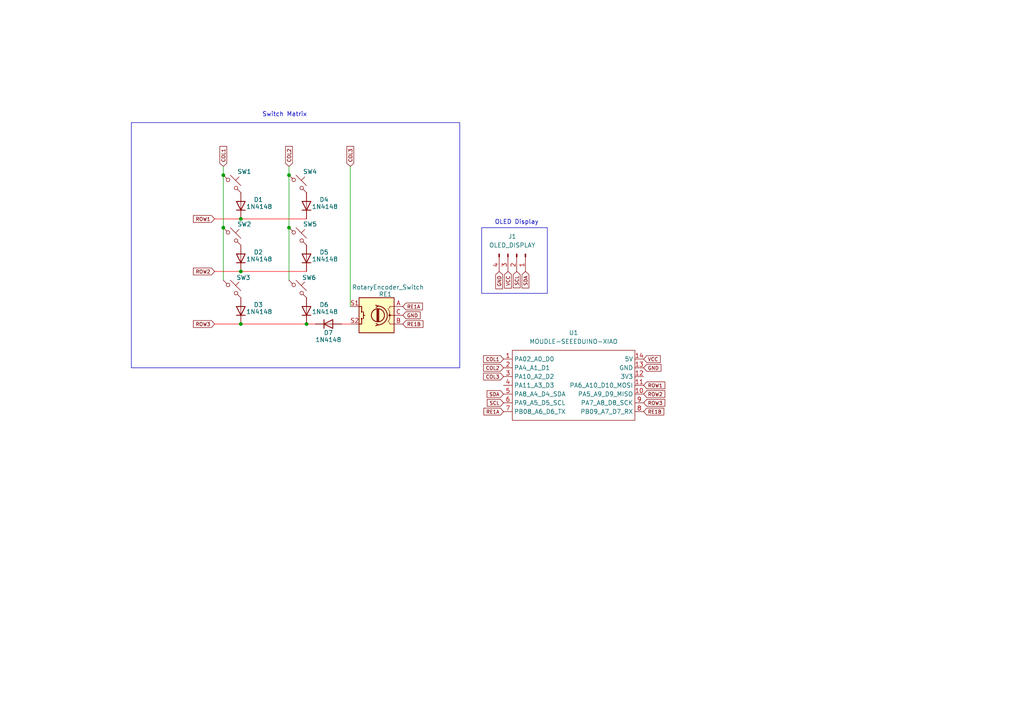
<source format=kicad_sch>
(kicad_sch
	(version 20250114)
	(generator "eeschema")
	(generator_version "9.0")
	(uuid "76725ecb-8162-43a4-8890-6d80c5e59133")
	(paper "A4")
	(lib_symbols
		(symbol "Connector:Conn_01x04_Pin"
			(pin_names
				(offset 1.016)
				(hide yes)
			)
			(exclude_from_sim no)
			(in_bom yes)
			(on_board yes)
			(property "Reference" "J"
				(at 0 5.08 0)
				(effects
					(font
						(size 1.27 1.27)
					)
				)
			)
			(property "Value" "Conn_01x04_Pin"
				(at 0 -7.62 0)
				(effects
					(font
						(size 1.27 1.27)
					)
				)
			)
			(property "Footprint" ""
				(at 0 0 0)
				(effects
					(font
						(size 1.27 1.27)
					)
					(hide yes)
				)
			)
			(property "Datasheet" "~"
				(at 0 0 0)
				(effects
					(font
						(size 1.27 1.27)
					)
					(hide yes)
				)
			)
			(property "Description" "Generic connector, single row, 01x04, script generated"
				(at 0 0 0)
				(effects
					(font
						(size 1.27 1.27)
					)
					(hide yes)
				)
			)
			(property "ki_locked" ""
				(at 0 0 0)
				(effects
					(font
						(size 1.27 1.27)
					)
				)
			)
			(property "ki_keywords" "connector"
				(at 0 0 0)
				(effects
					(font
						(size 1.27 1.27)
					)
					(hide yes)
				)
			)
			(property "ki_fp_filters" "Connector*:*_1x??_*"
				(at 0 0 0)
				(effects
					(font
						(size 1.27 1.27)
					)
					(hide yes)
				)
			)
			(symbol "Conn_01x04_Pin_1_1"
				(rectangle
					(start 0.8636 2.667)
					(end 0 2.413)
					(stroke
						(width 0.1524)
						(type default)
					)
					(fill
						(type outline)
					)
				)
				(rectangle
					(start 0.8636 0.127)
					(end 0 -0.127)
					(stroke
						(width 0.1524)
						(type default)
					)
					(fill
						(type outline)
					)
				)
				(rectangle
					(start 0.8636 -2.413)
					(end 0 -2.667)
					(stroke
						(width 0.1524)
						(type default)
					)
					(fill
						(type outline)
					)
				)
				(rectangle
					(start 0.8636 -4.953)
					(end 0 -5.207)
					(stroke
						(width 0.1524)
						(type default)
					)
					(fill
						(type outline)
					)
				)
				(polyline
					(pts
						(xy 1.27 2.54) (xy 0.8636 2.54)
					)
					(stroke
						(width 0.1524)
						(type default)
					)
					(fill
						(type none)
					)
				)
				(polyline
					(pts
						(xy 1.27 0) (xy 0.8636 0)
					)
					(stroke
						(width 0.1524)
						(type default)
					)
					(fill
						(type none)
					)
				)
				(polyline
					(pts
						(xy 1.27 -2.54) (xy 0.8636 -2.54)
					)
					(stroke
						(width 0.1524)
						(type default)
					)
					(fill
						(type none)
					)
				)
				(polyline
					(pts
						(xy 1.27 -5.08) (xy 0.8636 -5.08)
					)
					(stroke
						(width 0.1524)
						(type default)
					)
					(fill
						(type none)
					)
				)
				(pin passive line
					(at 5.08 2.54 180)
					(length 3.81)
					(name "Pin_1"
						(effects
							(font
								(size 1.27 1.27)
							)
						)
					)
					(number "1"
						(effects
							(font
								(size 1.27 1.27)
							)
						)
					)
				)
				(pin passive line
					(at 5.08 0 180)
					(length 3.81)
					(name "Pin_2"
						(effects
							(font
								(size 1.27 1.27)
							)
						)
					)
					(number "2"
						(effects
							(font
								(size 1.27 1.27)
							)
						)
					)
				)
				(pin passive line
					(at 5.08 -2.54 180)
					(length 3.81)
					(name "Pin_3"
						(effects
							(font
								(size 1.27 1.27)
							)
						)
					)
					(number "3"
						(effects
							(font
								(size 1.27 1.27)
							)
						)
					)
				)
				(pin passive line
					(at 5.08 -5.08 180)
					(length 3.81)
					(name "Pin_4"
						(effects
							(font
								(size 1.27 1.27)
							)
						)
					)
					(number "4"
						(effects
							(font
								(size 1.27 1.27)
							)
						)
					)
				)
			)
			(embedded_fonts no)
		)
		(symbol "Device:RotaryEncoder_Switch"
			(pin_names
				(offset 0.254)
				(hide yes)
			)
			(exclude_from_sim no)
			(in_bom yes)
			(on_board yes)
			(property "Reference" "SW"
				(at 0 6.604 0)
				(effects
					(font
						(size 1.27 1.27)
					)
				)
			)
			(property "Value" "RotaryEncoder_Switch"
				(at 0 -6.604 0)
				(effects
					(font
						(size 1.27 1.27)
					)
				)
			)
			(property "Footprint" ""
				(at -3.81 4.064 0)
				(effects
					(font
						(size 1.27 1.27)
					)
					(hide yes)
				)
			)
			(property "Datasheet" "~"
				(at 0 6.604 0)
				(effects
					(font
						(size 1.27 1.27)
					)
					(hide yes)
				)
			)
			(property "Description" "Rotary encoder, dual channel, incremental quadrate outputs, with switch"
				(at 0 0 0)
				(effects
					(font
						(size 1.27 1.27)
					)
					(hide yes)
				)
			)
			(property "ki_keywords" "rotary switch encoder switch push button"
				(at 0 0 0)
				(effects
					(font
						(size 1.27 1.27)
					)
					(hide yes)
				)
			)
			(property "ki_fp_filters" "RotaryEncoder*Switch*"
				(at 0 0 0)
				(effects
					(font
						(size 1.27 1.27)
					)
					(hide yes)
				)
			)
			(symbol "RotaryEncoder_Switch_0_1"
				(rectangle
					(start -5.08 5.08)
					(end 5.08 -5.08)
					(stroke
						(width 0.254)
						(type default)
					)
					(fill
						(type background)
					)
				)
				(polyline
					(pts
						(xy -5.08 2.54) (xy -3.81 2.54) (xy -3.81 2.032)
					)
					(stroke
						(width 0)
						(type default)
					)
					(fill
						(type none)
					)
				)
				(polyline
					(pts
						(xy -5.08 0) (xy -3.81 0) (xy -3.81 -1.016) (xy -3.302 -2.032)
					)
					(stroke
						(width 0)
						(type default)
					)
					(fill
						(type none)
					)
				)
				(polyline
					(pts
						(xy -5.08 -2.54) (xy -3.81 -2.54) (xy -3.81 -2.032)
					)
					(stroke
						(width 0)
						(type default)
					)
					(fill
						(type none)
					)
				)
				(polyline
					(pts
						(xy -4.318 0) (xy -3.81 0) (xy -3.81 1.016) (xy -3.302 2.032)
					)
					(stroke
						(width 0)
						(type default)
					)
					(fill
						(type none)
					)
				)
				(circle
					(center -3.81 0)
					(radius 0.254)
					(stroke
						(width 0)
						(type default)
					)
					(fill
						(type outline)
					)
				)
				(polyline
					(pts
						(xy -0.635 -1.778) (xy -0.635 1.778)
					)
					(stroke
						(width 0.254)
						(type default)
					)
					(fill
						(type none)
					)
				)
				(circle
					(center -0.381 0)
					(radius 1.905)
					(stroke
						(width 0.254)
						(type default)
					)
					(fill
						(type none)
					)
				)
				(polyline
					(pts
						(xy -0.381 -1.778) (xy -0.381 1.778)
					)
					(stroke
						(width 0.254)
						(type default)
					)
					(fill
						(type none)
					)
				)
				(arc
					(start -0.381 -2.794)
					(mid -3.0988 -0.0635)
					(end -0.381 2.667)
					(stroke
						(width 0.254)
						(type default)
					)
					(fill
						(type none)
					)
				)
				(polyline
					(pts
						(xy -0.127 1.778) (xy -0.127 -1.778)
					)
					(stroke
						(width 0.254)
						(type default)
					)
					(fill
						(type none)
					)
				)
				(polyline
					(pts
						(xy 0.254 2.921) (xy -0.508 2.667) (xy 0.127 2.286)
					)
					(stroke
						(width 0.254)
						(type default)
					)
					(fill
						(type none)
					)
				)
				(polyline
					(pts
						(xy 0.254 -3.048) (xy -0.508 -2.794) (xy 0.127 -2.413)
					)
					(stroke
						(width 0.254)
						(type default)
					)
					(fill
						(type none)
					)
				)
				(polyline
					(pts
						(xy 3.81 1.016) (xy 3.81 -1.016)
					)
					(stroke
						(width 0.254)
						(type default)
					)
					(fill
						(type none)
					)
				)
				(polyline
					(pts
						(xy 3.81 0) (xy 3.429 0)
					)
					(stroke
						(width 0.254)
						(type default)
					)
					(fill
						(type none)
					)
				)
				(circle
					(center 4.318 1.016)
					(radius 0.127)
					(stroke
						(width 0.254)
						(type default)
					)
					(fill
						(type none)
					)
				)
				(circle
					(center 4.318 -1.016)
					(radius 0.127)
					(stroke
						(width 0.254)
						(type default)
					)
					(fill
						(type none)
					)
				)
				(polyline
					(pts
						(xy 5.08 2.54) (xy 4.318 2.54) (xy 4.318 1.016)
					)
					(stroke
						(width 0.254)
						(type default)
					)
					(fill
						(type none)
					)
				)
				(polyline
					(pts
						(xy 5.08 -2.54) (xy 4.318 -2.54) (xy 4.318 -1.016)
					)
					(stroke
						(width 0.254)
						(type default)
					)
					(fill
						(type none)
					)
				)
			)
			(symbol "RotaryEncoder_Switch_1_1"
				(pin passive line
					(at -7.62 2.54 0)
					(length 2.54)
					(name "A"
						(effects
							(font
								(size 1.27 1.27)
							)
						)
					)
					(number "A"
						(effects
							(font
								(size 1.27 1.27)
							)
						)
					)
				)
				(pin passive line
					(at -7.62 0 0)
					(length 2.54)
					(name "C"
						(effects
							(font
								(size 1.27 1.27)
							)
						)
					)
					(number "C"
						(effects
							(font
								(size 1.27 1.27)
							)
						)
					)
				)
				(pin passive line
					(at -7.62 -2.54 0)
					(length 2.54)
					(name "B"
						(effects
							(font
								(size 1.27 1.27)
							)
						)
					)
					(number "B"
						(effects
							(font
								(size 1.27 1.27)
							)
						)
					)
				)
				(pin passive line
					(at 7.62 2.54 180)
					(length 2.54)
					(name "S1"
						(effects
							(font
								(size 1.27 1.27)
							)
						)
					)
					(number "S1"
						(effects
							(font
								(size 1.27 1.27)
							)
						)
					)
				)
				(pin passive line
					(at 7.62 -2.54 180)
					(length 2.54)
					(name "S2"
						(effects
							(font
								(size 1.27 1.27)
							)
						)
					)
					(number "S2"
						(effects
							(font
								(size 1.27 1.27)
							)
						)
					)
				)
			)
			(embedded_fonts no)
		)
		(symbol "Diode:1N4148"
			(pin_numbers
				(hide yes)
			)
			(pin_names
				(hide yes)
			)
			(exclude_from_sim no)
			(in_bom yes)
			(on_board yes)
			(property "Reference" "D"
				(at 0 2.54 0)
				(effects
					(font
						(size 1.27 1.27)
					)
				)
			)
			(property "Value" "1N4148"
				(at 0 -2.54 0)
				(effects
					(font
						(size 1.27 1.27)
					)
				)
			)
			(property "Footprint" "Diode_THT:D_DO-35_SOD27_P7.62mm_Horizontal"
				(at 0 0 0)
				(effects
					(font
						(size 1.27 1.27)
					)
					(hide yes)
				)
			)
			(property "Datasheet" "https://assets.nexperia.com/documents/data-sheet/1N4148_1N4448.pdf"
				(at 0 0 0)
				(effects
					(font
						(size 1.27 1.27)
					)
					(hide yes)
				)
			)
			(property "Description" "100V 0.15A standard switching diode, DO-35"
				(at 0 0 0)
				(effects
					(font
						(size 1.27 1.27)
					)
					(hide yes)
				)
			)
			(property "Sim.Device" "D"
				(at 0 0 0)
				(effects
					(font
						(size 1.27 1.27)
					)
					(hide yes)
				)
			)
			(property "Sim.Pins" "1=K 2=A"
				(at 0 0 0)
				(effects
					(font
						(size 1.27 1.27)
					)
					(hide yes)
				)
			)
			(property "ki_keywords" "diode"
				(at 0 0 0)
				(effects
					(font
						(size 1.27 1.27)
					)
					(hide yes)
				)
			)
			(property "ki_fp_filters" "D*DO?35*"
				(at 0 0 0)
				(effects
					(font
						(size 1.27 1.27)
					)
					(hide yes)
				)
			)
			(symbol "1N4148_0_1"
				(polyline
					(pts
						(xy -1.27 1.27) (xy -1.27 -1.27)
					)
					(stroke
						(width 0.254)
						(type default)
					)
					(fill
						(type none)
					)
				)
				(polyline
					(pts
						(xy 1.27 1.27) (xy 1.27 -1.27) (xy -1.27 0) (xy 1.27 1.27)
					)
					(stroke
						(width 0.254)
						(type default)
					)
					(fill
						(type none)
					)
				)
				(polyline
					(pts
						(xy 1.27 0) (xy -1.27 0)
					)
					(stroke
						(width 0)
						(type default)
					)
					(fill
						(type none)
					)
				)
			)
			(symbol "1N4148_1_1"
				(pin passive line
					(at -3.81 0 0)
					(length 2.54)
					(name "K"
						(effects
							(font
								(size 1.27 1.27)
							)
						)
					)
					(number "1"
						(effects
							(font
								(size 1.27 1.27)
							)
						)
					)
				)
				(pin passive line
					(at 3.81 0 180)
					(length 2.54)
					(name "A"
						(effects
							(font
								(size 1.27 1.27)
							)
						)
					)
					(number "2"
						(effects
							(font
								(size 1.27 1.27)
							)
						)
					)
				)
			)
			(embedded_fonts no)
		)
		(symbol "Switch:SW_Push_45deg"
			(pin_numbers
				(hide yes)
			)
			(pin_names
				(offset 1.016)
				(hide yes)
			)
			(exclude_from_sim no)
			(in_bom yes)
			(on_board yes)
			(property "Reference" "SW"
				(at 3.048 1.016 0)
				(effects
					(font
						(size 1.27 1.27)
					)
					(justify left)
				)
			)
			(property "Value" "SW_Push_45deg"
				(at 0 -3.81 0)
				(effects
					(font
						(size 1.27 1.27)
					)
				)
			)
			(property "Footprint" ""
				(at 0 0 0)
				(effects
					(font
						(size 1.27 1.27)
					)
					(hide yes)
				)
			)
			(property "Datasheet" "~"
				(at 0 0 0)
				(effects
					(font
						(size 1.27 1.27)
					)
					(hide yes)
				)
			)
			(property "Description" "Push button switch, normally open, two pins, 45° tilted"
				(at 0 0 0)
				(effects
					(font
						(size 1.27 1.27)
					)
					(hide yes)
				)
			)
			(property "ki_keywords" "switch normally-open pushbutton push-button"
				(at 0 0 0)
				(effects
					(font
						(size 1.27 1.27)
					)
					(hide yes)
				)
			)
			(symbol "SW_Push_45deg_0_1"
				(polyline
					(pts
						(xy -2.54 2.54) (xy -1.524 1.524) (xy -1.524 1.524)
					)
					(stroke
						(width 0)
						(type default)
					)
					(fill
						(type none)
					)
				)
				(circle
					(center -1.1684 1.1684)
					(radius 0.508)
					(stroke
						(width 0)
						(type default)
					)
					(fill
						(type none)
					)
				)
				(polyline
					(pts
						(xy -0.508 2.54) (xy 2.54 -0.508)
					)
					(stroke
						(width 0)
						(type default)
					)
					(fill
						(type none)
					)
				)
				(polyline
					(pts
						(xy 1.016 1.016) (xy 2.032 2.032)
					)
					(stroke
						(width 0)
						(type default)
					)
					(fill
						(type none)
					)
				)
				(circle
					(center 1.143 -1.1938)
					(radius 0.508)
					(stroke
						(width 0)
						(type default)
					)
					(fill
						(type none)
					)
				)
				(polyline
					(pts
						(xy 1.524 -1.524) (xy 2.54 -2.54) (xy 2.54 -2.54) (xy 2.54 -2.54)
					)
					(stroke
						(width 0)
						(type default)
					)
					(fill
						(type none)
					)
				)
				(pin passive line
					(at -2.54 2.54 0)
					(length 0)
					(name "1"
						(effects
							(font
								(size 1.27 1.27)
							)
						)
					)
					(number "1"
						(effects
							(font
								(size 1.27 1.27)
							)
						)
					)
				)
				(pin passive line
					(at 2.54 -2.54 180)
					(length 0)
					(name "2"
						(effects
							(font
								(size 1.27 1.27)
							)
						)
					)
					(number "2"
						(effects
							(font
								(size 1.27 1.27)
							)
						)
					)
				)
			)
			(embedded_fonts no)
		)
		(symbol "XIAO_RP2040:MOUDLE-SEEEDUINO-XIAO"
			(exclude_from_sim no)
			(in_bom yes)
			(on_board yes)
			(property "Reference" "U"
				(at -16.51 11.43 0)
				(effects
					(font
						(size 1.27 1.27)
					)
				)
			)
			(property "Value" "MOUDLE-SEEEDUINO-XIAO"
				(at -3.81 -11.43 0)
				(effects
					(font
						(size 1.27 1.27)
					)
				)
			)
			(property "Footprint" ""
				(at -16.51 2.54 0)
				(effects
					(font
						(size 1.27 1.27)
					)
					(hide yes)
				)
			)
			(property "Datasheet" ""
				(at -16.51 2.54 0)
				(effects
					(font
						(size 1.27 1.27)
					)
					(hide yes)
				)
			)
			(property "Description" ""
				(at 0 0 0)
				(effects
					(font
						(size 1.27 1.27)
					)
					(hide yes)
				)
			)
			(symbol "MOUDLE-SEEEDUINO-XIAO_0_1"
				(rectangle
					(start -16.51 10.16)
					(end 19.05 -10.16)
					(stroke
						(width 0)
						(type default)
					)
					(fill
						(type none)
					)
				)
			)
			(symbol "MOUDLE-SEEEDUINO-XIAO_1_1"
				(pin passive line
					(at -19.05 7.62 0)
					(length 2.54)
					(name "PA02_A0_D0"
						(effects
							(font
								(size 1.27 1.27)
							)
						)
					)
					(number "1"
						(effects
							(font
								(size 1.27 1.27)
							)
						)
					)
				)
				(pin passive line
					(at -19.05 5.08 0)
					(length 2.54)
					(name "PA4_A1_D1"
						(effects
							(font
								(size 1.27 1.27)
							)
						)
					)
					(number "2"
						(effects
							(font
								(size 1.27 1.27)
							)
						)
					)
				)
				(pin passive line
					(at -19.05 2.54 0)
					(length 2.54)
					(name "PA10_A2_D2"
						(effects
							(font
								(size 1.27 1.27)
							)
						)
					)
					(number "3"
						(effects
							(font
								(size 1.27 1.27)
							)
						)
					)
				)
				(pin passive line
					(at -19.05 0 0)
					(length 2.54)
					(name "PA11_A3_D3"
						(effects
							(font
								(size 1.27 1.27)
							)
						)
					)
					(number "4"
						(effects
							(font
								(size 1.27 1.27)
							)
						)
					)
				)
				(pin passive line
					(at -19.05 -2.54 0)
					(length 2.54)
					(name "PA8_A4_D4_SDA"
						(effects
							(font
								(size 1.27 1.27)
							)
						)
					)
					(number "5"
						(effects
							(font
								(size 1.27 1.27)
							)
						)
					)
				)
				(pin passive line
					(at -19.05 -5.08 0)
					(length 2.54)
					(name "PA9_A5_D5_SCL"
						(effects
							(font
								(size 1.27 1.27)
							)
						)
					)
					(number "6"
						(effects
							(font
								(size 1.27 1.27)
							)
						)
					)
				)
				(pin passive line
					(at -19.05 -7.62 0)
					(length 2.54)
					(name "PB08_A6_D6_TX"
						(effects
							(font
								(size 1.27 1.27)
							)
						)
					)
					(number "7"
						(effects
							(font
								(size 1.27 1.27)
							)
						)
					)
				)
				(pin passive line
					(at 21.59 7.62 180)
					(length 2.54)
					(name "5V"
						(effects
							(font
								(size 1.27 1.27)
							)
						)
					)
					(number "14"
						(effects
							(font
								(size 1.27 1.27)
							)
						)
					)
				)
				(pin passive line
					(at 21.59 5.08 180)
					(length 2.54)
					(name "GND"
						(effects
							(font
								(size 1.27 1.27)
							)
						)
					)
					(number "13"
						(effects
							(font
								(size 1.27 1.27)
							)
						)
					)
				)
				(pin passive line
					(at 21.59 2.54 180)
					(length 2.54)
					(name "3V3"
						(effects
							(font
								(size 1.27 1.27)
							)
						)
					)
					(number "12"
						(effects
							(font
								(size 1.27 1.27)
							)
						)
					)
				)
				(pin passive line
					(at 21.59 0 180)
					(length 2.54)
					(name "PA6_A10_D10_MOSI"
						(effects
							(font
								(size 1.27 1.27)
							)
						)
					)
					(number "11"
						(effects
							(font
								(size 1.27 1.27)
							)
						)
					)
				)
				(pin passive line
					(at 21.59 -2.54 180)
					(length 2.54)
					(name "PA5_A9_D9_MISO"
						(effects
							(font
								(size 1.27 1.27)
							)
						)
					)
					(number "10"
						(effects
							(font
								(size 1.27 1.27)
							)
						)
					)
				)
				(pin passive line
					(at 21.59 -5.08 180)
					(length 2.54)
					(name "PA7_A8_D8_SCK"
						(effects
							(font
								(size 1.27 1.27)
							)
						)
					)
					(number "9"
						(effects
							(font
								(size 1.27 1.27)
							)
						)
					)
				)
				(pin passive line
					(at 21.59 -7.62 180)
					(length 2.54)
					(name "PB09_A7_D7_RX"
						(effects
							(font
								(size 1.27 1.27)
							)
						)
					)
					(number "8"
						(effects
							(font
								(size 1.27 1.27)
							)
						)
					)
				)
			)
			(embedded_fonts no)
		)
	)
	(rectangle
		(start 139.7 66.04)
		(end 158.75 85.09)
		(stroke
			(width 0)
			(type default)
		)
		(fill
			(type none)
		)
		(uuid 0fb3643f-c381-4711-ac44-195f704f6daa)
	)
	(rectangle
		(start 38.1 35.56)
		(end 133.35 106.68)
		(stroke
			(width 0)
			(type default)
		)
		(fill
			(type none)
		)
		(uuid 9c652545-5231-4825-92f7-7b606fbab8ba)
	)
	(text "OLED Display"
		(exclude_from_sim no)
		(at 149.86 64.516 0)
		(effects
			(font
				(size 1.27 1.27)
			)
		)
		(uuid "939a0459-b741-4e15-8d0f-46a054e99506")
	)
	(text "Switch Matrix"
		(exclude_from_sim no)
		(at 82.55 33.274 0)
		(effects
			(font
				(size 1.27 1.27)
			)
		)
		(uuid "9be2e140-fb42-4a47-adc2-ba9d43524db6")
	)
	(junction
		(at 88.9 93.98)
		(diameter 0)
		(color 0 0 0 0)
		(uuid "0fbbcc38-781b-4bd5-bda2-988bce49135f")
	)
	(junction
		(at 83.82 50.8)
		(diameter 0)
		(color 0 0 0 0)
		(uuid "21987cd7-fbe2-4c0d-ae94-40b70e5e9ee1")
	)
	(junction
		(at 64.77 50.8)
		(diameter 0)
		(color 0 0 0 0)
		(uuid "48208e7f-dd79-4d2a-9891-ca8c5540f0ab")
	)
	(junction
		(at 83.82 66.04)
		(diameter 0)
		(color 0 0 0 0)
		(uuid "57320ba6-ee25-44da-a706-4f1b95987312")
	)
	(junction
		(at 69.85 63.5)
		(diameter 0)
		(color 0 0 0 0)
		(uuid "85512e2f-08f1-43a2-b508-830e6db78517")
	)
	(junction
		(at 69.85 78.74)
		(diameter 0)
		(color 0 0 0 0)
		(uuid "ce835826-9374-4901-9053-658a1d35ae12")
	)
	(junction
		(at 69.85 93.98)
		(diameter 0)
		(color 0 0 0 0)
		(uuid "cf91400f-ae04-4968-8ab3-0e162a4f9350")
	)
	(junction
		(at 64.77 66.04)
		(diameter 0)
		(color 0 0 0 0)
		(uuid "d81b2eff-a9dd-471d-b275-ab4e006cd6f6")
	)
	(wire
		(pts
			(xy 88.9 93.98) (xy 91.44 93.98)
		)
		(stroke
			(width 0)
			(type default)
			(color 255 0 0 1)
		)
		(uuid "1f901cc4-8f72-4646-8059-f336f0df6b79")
	)
	(wire
		(pts
			(xy 64.77 48.26) (xy 64.77 50.8)
		)
		(stroke
			(width 0)
			(type default)
		)
		(uuid "20e16943-c171-47eb-ae0d-fdc93ec90c12")
	)
	(wire
		(pts
			(xy 83.82 48.26) (xy 83.82 50.8)
		)
		(stroke
			(width 0)
			(type default)
		)
		(uuid "292f3773-62f5-4d30-b6a4-c234e72cc93e")
	)
	(wire
		(pts
			(xy 62.23 93.98) (xy 69.85 93.98)
		)
		(stroke
			(width 0)
			(type default)
			(color 255 0 0 1)
		)
		(uuid "3930a864-2878-4a95-984f-0047e87bd85d")
	)
	(wire
		(pts
			(xy 101.6 48.26) (xy 101.6 88.9)
		)
		(stroke
			(width 0)
			(type default)
		)
		(uuid "59710408-505b-43a5-983d-d37dd0ab3a0d")
	)
	(wire
		(pts
			(xy 64.77 50.8) (xy 64.77 66.04)
		)
		(stroke
			(width 0)
			(type default)
		)
		(uuid "5b1d3752-b136-4cfa-b536-b21eee2ac8e3")
	)
	(wire
		(pts
			(xy 62.23 63.5) (xy 69.85 63.5)
		)
		(stroke
			(width 0)
			(type default)
			(color 255 0 0 1)
		)
		(uuid "6c0b67ef-a786-4d04-afba-bc47b841bd64")
	)
	(wire
		(pts
			(xy 64.77 66.04) (xy 64.77 81.28)
		)
		(stroke
			(width 0)
			(type default)
		)
		(uuid "78ee109c-df23-4bd6-8a4c-5d8c7adb0be4")
	)
	(wire
		(pts
			(xy 69.85 93.98) (xy 88.9 93.98)
		)
		(stroke
			(width 0)
			(type default)
			(color 255 0 0 1)
		)
		(uuid "9a47a3c4-bbdf-42a1-8214-6c55b890e1c1")
	)
	(wire
		(pts
			(xy 62.23 78.74) (xy 69.85 78.74)
		)
		(stroke
			(width 0)
			(type default)
			(color 255 0 0 1)
		)
		(uuid "9ecd1557-4ff4-44cb-b019-edf227230cb5")
	)
	(wire
		(pts
			(xy 83.82 50.8) (xy 83.82 66.04)
		)
		(stroke
			(width 0)
			(type default)
		)
		(uuid "ce55232f-8b6c-475c-8eeb-da835b9630cf")
	)
	(wire
		(pts
			(xy 69.85 78.74) (xy 88.9 78.74)
		)
		(stroke
			(width 0)
			(type default)
			(color 255 0 0 1)
		)
		(uuid "ce6b0627-c5fc-48bd-807d-7fa04260888d")
	)
	(wire
		(pts
			(xy 83.82 66.04) (xy 83.82 81.28)
		)
		(stroke
			(width 0)
			(type default)
		)
		(uuid "d9e02ebf-b86c-44e2-840b-6a9a9b2497dd")
	)
	(wire
		(pts
			(xy 99.06 93.98) (xy 101.6 93.98)
		)
		(stroke
			(width 0)
			(type default)
			(color 255 0 0 1)
		)
		(uuid "dbf6657c-d700-49e0-bbe0-ee24a17dae7a")
	)
	(wire
		(pts
			(xy 69.85 63.5) (xy 88.9 63.5)
		)
		(stroke
			(width 0)
			(type default)
			(color 255 0 0 1)
		)
		(uuid "e811284a-ded6-4f8d-a179-52e7cb6d8f09")
	)
	(global_label "COL1"
		(shape input)
		(at 146.05 104.14 180)
		(fields_autoplaced yes)
		(effects
			(font
				(size 1.016 1.016)
			)
			(justify right)
		)
		(uuid "0565a363-1542-4237-b5be-c234ed05b271")
		(property "Intersheetrefs" "${INTERSHEET_REFS}"
			(at 138.2267 104.14 0)
			(effects
				(font
					(size 1.27 1.27)
				)
				(justify right)
				(hide yes)
			)
		)
	)
	(global_label "COL2"
		(shape input)
		(at 146.05 106.68 180)
		(fields_autoplaced yes)
		(effects
			(font
				(size 1.016 1.016)
			)
			(justify right)
		)
		(uuid "0a882570-e25e-4bdd-a9fb-7400ffc0f129")
		(property "Intersheetrefs" "${INTERSHEET_REFS}"
			(at 138.2267 106.68 0)
			(effects
				(font
					(size 1.27 1.27)
				)
				(justify right)
				(hide yes)
			)
		)
	)
	(global_label "COL1"
		(shape input)
		(at 64.77 48.26 90)
		(fields_autoplaced yes)
		(effects
			(font
				(size 1.016 1.016)
			)
			(justify left)
		)
		(uuid "26ce63d3-7bef-4dd6-9a56-2dd4dce249a0")
		(property "Intersheetrefs" "${INTERSHEET_REFS}"
			(at 64.77 42.0016 90)
			(effects
				(font
					(size 1.27 1.27)
				)
				(justify left)
				(hide yes)
			)
		)
	)
	(global_label "COL2"
		(shape input)
		(at 83.82 48.26 90)
		(fields_autoplaced yes)
		(effects
			(font
				(size 1.016 1.016)
			)
			(justify left)
		)
		(uuid "35ae37b1-37b2-4ab5-b01d-460efe738852")
		(property "Intersheetrefs" "${INTERSHEET_REFS}"
			(at 83.82 42.0016 90)
			(effects
				(font
					(size 1.27 1.27)
				)
				(justify left)
				(hide yes)
			)
		)
	)
	(global_label "COL3"
		(shape input)
		(at 101.6 48.26 90)
		(fields_autoplaced yes)
		(effects
			(font
				(size 1.016 1.016)
			)
			(justify left)
		)
		(uuid "3643d8ad-65b3-4012-bfc2-e4d452048eb7")
		(property "Intersheetrefs" "${INTERSHEET_REFS}"
			(at 101.6 42.0016 90)
			(effects
				(font
					(size 1.27 1.27)
				)
				(justify left)
				(hide yes)
			)
		)
	)
	(global_label "SDA"
		(shape input)
		(at 146.05 114.3 180)
		(fields_autoplaced yes)
		(effects
			(font
				(size 1.016 1.016)
			)
			(justify right)
		)
		(uuid "3d4449c1-e6e1-4c4a-90d3-972eaa44e8d1")
		(property "Intersheetrefs" "${INTERSHEET_REFS}"
			(at 138.2267 114.3 0)
			(effects
				(font
					(size 1.27 1.27)
				)
				(justify right)
				(hide yes)
			)
		)
	)
	(global_label "GND"
		(shape input)
		(at 144.78 78.74 270)
		(fields_autoplaced yes)
		(effects
			(font
				(size 1.016 1.016)
			)
			(justify right)
		)
		(uuid "41ce9a72-b39b-409b-895a-2c0a04326795")
		(property "Intersheetrefs" "${INTERSHEET_REFS}"
			(at 144.78 84.2243 90)
			(effects
				(font
					(size 1.27 1.27)
				)
				(justify right)
				(hide yes)
			)
		)
	)
	(global_label "SCL"
		(shape input)
		(at 149.86 78.74 270)
		(fields_autoplaced yes)
		(effects
			(font
				(size 1.016 1.016)
			)
			(justify right)
		)
		(uuid "46abcfac-818e-4a2d-874d-35776ca94e0f")
		(property "Intersheetrefs" "${INTERSHEET_REFS}"
			(at 149.86 83.934 90)
			(effects
				(font
					(size 1.27 1.27)
				)
				(justify right)
				(hide yes)
			)
		)
	)
	(global_label "GND"
		(shape input)
		(at 116.84 91.44 0)
		(fields_autoplaced yes)
		(effects
			(font
				(size 1.016 1.016)
			)
			(justify left)
		)
		(uuid "51b84d7d-38cf-4137-840c-fac6f40517b1")
		(property "Intersheetrefs" "${INTERSHEET_REFS}"
			(at 122.5844 91.44 0)
			(effects
				(font
					(size 1.27 1.27)
				)
				(justify left)
				(hide yes)
			)
		)
	)
	(global_label "VCC"
		(shape input)
		(at 186.69 104.14 0)
		(fields_autoplaced yes)
		(effects
			(font
				(size 1.016 1.016)
			)
			(justify left)
		)
		(uuid "54385d5c-cdfa-4d03-9657-0b8b55ec0c03")
		(property "Intersheetrefs" "${INTERSHEET_REFS}"
			(at 192.4344 104.14 0)
			(effects
				(font
					(size 1.27 1.27)
				)
				(justify left)
				(hide yes)
			)
		)
	)
	(global_label "VCC"
		(shape input)
		(at 147.32 78.74 270)
		(fields_autoplaced yes)
		(effects
			(font
				(size 1.016 1.016)
			)
			(justify right)
		)
		(uuid "5a43d324-5c16-4970-a370-64c8046e71b8")
		(property "Intersheetrefs" "${INTERSHEET_REFS}"
			(at 147.32 84.0308 90)
			(effects
				(font
					(size 1.27 1.27)
				)
				(justify right)
				(hide yes)
			)
		)
	)
	(global_label "RE1B"
		(shape input)
		(at 186.69 119.38 0)
		(fields_autoplaced yes)
		(effects
			(font
				(size 1.016 1.016)
			)
			(justify left)
		)
		(uuid "7daffc98-c7f6-4672-b1ef-73ac0d282f0f")
		(property "Intersheetrefs" "${INTERSHEET_REFS}"
			(at 192.4344 119.38 0)
			(effects
				(font
					(size 1.27 1.27)
				)
				(justify left)
				(hide yes)
			)
		)
	)
	(global_label "RE1B"
		(shape input)
		(at 116.84 93.98 0)
		(fields_autoplaced yes)
		(effects
			(font
				(size 1.016 1.016)
			)
			(justify left)
		)
		(uuid "91e62ac2-ece0-4d5c-bc73-05dd519413ac")
		(property "Intersheetrefs" "${INTERSHEET_REFS}"
			(at 122.5844 93.98 0)
			(effects
				(font
					(size 1.27 1.27)
				)
				(justify left)
				(hide yes)
			)
		)
	)
	(global_label "ROW3"
		(shape input)
		(at 186.69 116.84 0)
		(fields_autoplaced yes)
		(effects
			(font
				(size 1.016 1.016)
			)
			(justify left)
		)
		(uuid "927b8a54-b395-443e-a067-7d0bed60cb15")
		(property "Intersheetrefs" "${INTERSHEET_REFS}"
			(at 192.4344 116.84 0)
			(effects
				(font
					(size 1.27 1.27)
				)
				(justify left)
				(hide yes)
			)
		)
	)
	(global_label "SCL"
		(shape input)
		(at 146.05 116.84 180)
		(fields_autoplaced yes)
		(effects
			(font
				(size 1.016 1.016)
			)
			(justify right)
		)
		(uuid "9e35c7b6-ddee-4604-b0ff-97f19cc1c8ed")
		(property "Intersheetrefs" "${INTERSHEET_REFS}"
			(at 138.2267 116.84 0)
			(effects
				(font
					(size 1.27 1.27)
				)
				(justify right)
				(hide yes)
			)
		)
	)
	(global_label "SDA"
		(shape input)
		(at 152.4 78.74 270)
		(fields_autoplaced yes)
		(effects
			(font
				(size 1.016 1.016)
			)
			(justify right)
		)
		(uuid "b4b89dff-fa9b-4bd2-895d-8ac900966557")
		(property "Intersheetrefs" "${INTERSHEET_REFS}"
			(at 152.4 83.9824 90)
			(effects
				(font
					(size 1.27 1.27)
				)
				(justify right)
				(hide yes)
			)
		)
	)
	(global_label "ROW2"
		(shape input)
		(at 62.23 78.74 180)
		(fields_autoplaced yes)
		(effects
			(font
				(size 1.016 1.016)
			)
			(justify right)
		)
		(uuid "b8129198-8223-4bc2-a158-100d3f3c911f")
		(property "Intersheetrefs" "${INTERSHEET_REFS}"
			(at 54.4067 78.74 0)
			(effects
				(font
					(size 1.27 1.27)
				)
				(justify right)
				(hide yes)
			)
		)
	)
	(global_label "GND"
		(shape input)
		(at 186.69 106.68 0)
		(fields_autoplaced yes)
		(effects
			(font
				(size 1.016 1.016)
			)
			(justify left)
		)
		(uuid "c651d08b-6be8-492a-a04f-b2b64c52295e")
		(property "Intersheetrefs" "${INTERSHEET_REFS}"
			(at 192.4344 106.68 0)
			(effects
				(font
					(size 1.27 1.27)
				)
				(justify left)
				(hide yes)
			)
		)
	)
	(global_label "ROW3"
		(shape input)
		(at 62.23 93.98 180)
		(fields_autoplaced yes)
		(effects
			(font
				(size 1.016 1.016)
			)
			(justify right)
		)
		(uuid "cbd7fefb-f902-41e6-8e1b-0c8f1b21b99b")
		(property "Intersheetrefs" "${INTERSHEET_REFS}"
			(at 54.4067 93.98 0)
			(effects
				(font
					(size 1.27 1.27)
				)
				(justify right)
				(hide yes)
			)
		)
	)
	(global_label "RE1A"
		(shape input)
		(at 116.84 88.9 0)
		(fields_autoplaced yes)
		(effects
			(font
				(size 1.016 1.016)
			)
			(justify left)
		)
		(uuid "dae9a3d8-51e4-4829-97dc-08854751300b")
		(property "Intersheetrefs" "${INTERSHEET_REFS}"
			(at 122.5844 88.9 0)
			(effects
				(font
					(size 1.27 1.27)
				)
				(justify left)
				(hide yes)
			)
		)
	)
	(global_label "ROW1"
		(shape input)
		(at 62.23 63.5 180)
		(fields_autoplaced yes)
		(effects
			(font
				(size 1.016 1.016)
			)
			(justify right)
		)
		(uuid "e4dca1f4-766e-4f3e-9500-28b035bf09bb")
		(property "Intersheetrefs" "${INTERSHEET_REFS}"
			(at 54.4067 63.5 0)
			(effects
				(font
					(size 1.27 1.27)
				)
				(justify right)
				(hide yes)
			)
		)
	)
	(global_label "ROW1"
		(shape input)
		(at 186.69 111.76 0)
		(fields_autoplaced yes)
		(effects
			(font
				(size 1.016 1.016)
			)
			(justify left)
		)
		(uuid "e6e6b921-ea92-4a07-b116-844d988f94aa")
		(property "Intersheetrefs" "${INTERSHEET_REFS}"
			(at 192.4344 111.76 0)
			(effects
				(font
					(size 1.27 1.27)
				)
				(justify left)
				(hide yes)
			)
		)
	)
	(global_label "ROW2"
		(shape input)
		(at 186.69 114.3 0)
		(fields_autoplaced yes)
		(effects
			(font
				(size 1.016 1.016)
			)
			(justify left)
		)
		(uuid "fb6acb54-a757-4a8e-9e01-b361c1fc80bf")
		(property "Intersheetrefs" "${INTERSHEET_REFS}"
			(at 192.4344 114.3 0)
			(effects
				(font
					(size 1.27 1.27)
				)
				(justify left)
				(hide yes)
			)
		)
	)
	(global_label "COL3"
		(shape input)
		(at 146.05 109.22 180)
		(fields_autoplaced yes)
		(effects
			(font
				(size 1.016 1.016)
			)
			(justify right)
		)
		(uuid "fb79863a-0cf0-4a68-acd7-a9b16b498abb")
		(property "Intersheetrefs" "${INTERSHEET_REFS}"
			(at 138.2267 109.22 0)
			(effects
				(font
					(size 1.27 1.27)
				)
				(justify right)
				(hide yes)
			)
		)
	)
	(global_label "RE1A"
		(shape input)
		(at 146.05 119.38 180)
		(fields_autoplaced yes)
		(effects
			(font
				(size 1.016 1.016)
			)
			(justify right)
		)
		(uuid "fe85e021-4504-4299-8c07-30cd5aad104f")
		(property "Intersheetrefs" "${INTERSHEET_REFS}"
			(at 138.2267 119.38 0)
			(effects
				(font
					(size 1.27 1.27)
				)
				(justify right)
				(hide yes)
			)
		)
	)
	(symbol
		(lib_id "Diode:1N4148")
		(at 88.9 90.17 90)
		(unit 1)
		(exclude_from_sim no)
		(in_bom yes)
		(on_board yes)
		(dnp no)
		(uuid "04172d42-fc86-441b-9afc-c884345a1a2e")
		(property "Reference" "D6"
			(at 93.98 88.392 90)
			(effects
				(font
					(size 1.27 1.27)
				)
			)
		)
		(property "Value" "1N4148"
			(at 94.234 90.424 90)
			(effects
				(font
					(size 1.27 1.27)
				)
			)
		)
		(property "Footprint" "Diode_THT:D_DO-35_SOD27_P7.62mm_Horizontal"
			(at 88.9 90.17 0)
			(effects
				(font
					(size 1.27 1.27)
				)
				(hide yes)
			)
		)
		(property "Datasheet" "https://assets.nexperia.com/documents/data-sheet/1N4148_1N4448.pdf"
			(at 88.9 90.17 0)
			(effects
				(font
					(size 1.27 1.27)
				)
				(hide yes)
			)
		)
		(property "Description" "100V 0.15A standard switching diode, DO-35"
			(at 88.9 90.17 0)
			(effects
				(font
					(size 1.27 1.27)
				)
				(hide yes)
			)
		)
		(property "Sim.Device" "D"
			(at 88.9 90.17 0)
			(effects
				(font
					(size 1.27 1.27)
				)
				(hide yes)
			)
		)
		(property "Sim.Pins" "1=K 2=A"
			(at 88.9 90.17 0)
			(effects
				(font
					(size 1.27 1.27)
				)
				(hide yes)
			)
		)
		(pin "1"
			(uuid "a142651a-febc-4395-bea3-4a2c6137fb23")
		)
		(pin "2"
			(uuid "be1fcc69-f465-454e-9eca-3787e79b7cea")
		)
		(instances
			(project "IndustryPad"
				(path "/76725ecb-8162-43a4-8890-6d80c5e59133"
					(reference "D6")
					(unit 1)
				)
			)
		)
	)
	(symbol
		(lib_id "XIAO_RP2040:MOUDLE-SEEEDUINO-XIAO")
		(at 165.1 111.76 0)
		(unit 1)
		(exclude_from_sim no)
		(in_bom yes)
		(on_board yes)
		(dnp no)
		(fields_autoplaced yes)
		(uuid "2c93c740-8011-44b4-a334-cca620b7a379")
		(property "Reference" "U1"
			(at 166.37 96.52 0)
			(effects
				(font
					(size 1.27 1.27)
				)
			)
		)
		(property "Value" "MOUDLE-SEEEDUINO-XIAO"
			(at 166.37 99.06 0)
			(effects
				(font
					(size 1.27 1.27)
				)
			)
		)
		(property "Footprint" "footprints:XIAO-Generic-Hybrid-14P-2.54-21X17.8MM"
			(at 148.59 109.22 0)
			(effects
				(font
					(size 1.27 1.27)
				)
				(hide yes)
			)
		)
		(property "Datasheet" ""
			(at 148.59 109.22 0)
			(effects
				(font
					(size 1.27 1.27)
				)
				(hide yes)
			)
		)
		(property "Description" ""
			(at 165.1 111.76 0)
			(effects
				(font
					(size 1.27 1.27)
				)
				(hide yes)
			)
		)
		(pin "3"
			(uuid "f8502ec5-22c9-4118-b385-ba34a37e380a")
		)
		(pin "8"
			(uuid "7419fdd1-cb2b-4be5-bcbf-88b4be65280c")
		)
		(pin "1"
			(uuid "8cb7cdb1-ad9d-47bb-9305-4d0e30e84e7f")
		)
		(pin "5"
			(uuid "320ae88b-b997-4f0e-b93c-0f493f5e31c6")
		)
		(pin "2"
			(uuid "304433a9-284b-40d2-b8f1-3d77e59d1161")
		)
		(pin "6"
			(uuid "14ba2ed9-c858-4af3-95c0-f8961f50458d")
		)
		(pin "14"
			(uuid "bd705224-f54e-4ff0-8d87-9297a8052bd0")
		)
		(pin "7"
			(uuid "d4f017ed-089e-446a-b84c-ecd7cdefd171")
		)
		(pin "13"
			(uuid "67dd2eb6-aae9-43d9-84cb-1b7235945beb")
		)
		(pin "12"
			(uuid "ae255665-1fcb-4fec-bc96-84ca7d46cf79")
		)
		(pin "4"
			(uuid "ef1c3f80-0b40-4686-bba4-c6223ea01020")
		)
		(pin "11"
			(uuid "ddfddbc4-6079-43c1-86b0-354764c8019b")
		)
		(pin "10"
			(uuid "46a44cfc-4138-4075-9741-076bac096a56")
		)
		(pin "9"
			(uuid "a7389f4c-22e0-4bb0-9711-9061df63cf99")
		)
		(instances
			(project ""
				(path "/76725ecb-8162-43a4-8890-6d80c5e59133"
					(reference "U1")
					(unit 1)
				)
			)
		)
	)
	(symbol
		(lib_id "Diode:1N4148")
		(at 69.85 74.93 90)
		(unit 1)
		(exclude_from_sim no)
		(in_bom yes)
		(on_board yes)
		(dnp no)
		(uuid "4f4b022d-f2e2-44f5-b69c-162f742481ba")
		(property "Reference" "D2"
			(at 74.93 73.152 90)
			(effects
				(font
					(size 1.27 1.27)
				)
			)
		)
		(property "Value" "1N4148"
			(at 75.184 75.184 90)
			(effects
				(font
					(size 1.27 1.27)
				)
			)
		)
		(property "Footprint" "Diode_THT:D_DO-35_SOD27_P7.62mm_Horizontal"
			(at 69.85 74.93 0)
			(effects
				(font
					(size 1.27 1.27)
				)
				(hide yes)
			)
		)
		(property "Datasheet" "https://assets.nexperia.com/documents/data-sheet/1N4148_1N4448.pdf"
			(at 69.85 74.93 0)
			(effects
				(font
					(size 1.27 1.27)
				)
				(hide yes)
			)
		)
		(property "Description" "100V 0.15A standard switching diode, DO-35"
			(at 69.85 74.93 0)
			(effects
				(font
					(size 1.27 1.27)
				)
				(hide yes)
			)
		)
		(property "Sim.Device" "D"
			(at 69.85 74.93 0)
			(effects
				(font
					(size 1.27 1.27)
				)
				(hide yes)
			)
		)
		(property "Sim.Pins" "1=K 2=A"
			(at 69.85 74.93 0)
			(effects
				(font
					(size 1.27 1.27)
				)
				(hide yes)
			)
		)
		(pin "1"
			(uuid "44902488-0628-4b89-9315-472a6eb2f6de")
		)
		(pin "2"
			(uuid "e2fda99e-4141-49b4-bd2c-cb848f6ac93e")
		)
		(instances
			(project "IndustryPad"
				(path "/76725ecb-8162-43a4-8890-6d80c5e59133"
					(reference "D2")
					(unit 1)
				)
			)
		)
	)
	(symbol
		(lib_id "Switch:SW_Push_45deg")
		(at 67.31 53.34 0)
		(unit 1)
		(exclude_from_sim no)
		(in_bom yes)
		(on_board yes)
		(dnp no)
		(uuid "61f9b887-648d-4f7a-97da-3d638c219f4b")
		(property "Reference" "SW1"
			(at 70.866 49.784 0)
			(effects
				(font
					(size 1.27 1.27)
				)
			)
		)
		(property "Value" "SW_Push_45deg"
			(at 67.31 48.26 0)
			(effects
				(font
					(size 1.27 1.27)
				)
				(hide yes)
			)
		)
		(property "Footprint" "Button_Switch_Keyboard:SW_Cherry_MX_1.00u_PCB"
			(at 67.31 53.34 0)
			(effects
				(font
					(size 1.27 1.27)
				)
				(hide yes)
			)
		)
		(property "Datasheet" "~"
			(at 67.31 53.34 0)
			(effects
				(font
					(size 1.27 1.27)
				)
				(hide yes)
			)
		)
		(property "Description" "Push button switch, normally open, two pins, 45° tilted"
			(at 67.31 53.34 0)
			(effects
				(font
					(size 1.27 1.27)
				)
				(hide yes)
			)
		)
		(pin "1"
			(uuid "b03ea032-83b3-40f4-b9ac-83a1f6bb5aaa")
		)
		(pin "2"
			(uuid "fcbbebf3-ff74-41e9-871a-16ca5c76582a")
		)
		(instances
			(project "IndustryPad"
				(path "/76725ecb-8162-43a4-8890-6d80c5e59133"
					(reference "SW1")
					(unit 1)
				)
			)
		)
	)
	(symbol
		(lib_id "Switch:SW_Push_45deg")
		(at 67.31 83.82 0)
		(unit 1)
		(exclude_from_sim no)
		(in_bom yes)
		(on_board yes)
		(dnp no)
		(uuid "64812da8-b194-4c69-ac44-927cc2441458")
		(property "Reference" "SW3"
			(at 70.612 80.518 0)
			(effects
				(font
					(size 1.27 1.27)
				)
			)
		)
		(property "Value" "SW_Push_45deg"
			(at 67.31 78.74 0)
			(effects
				(font
					(size 1.27 1.27)
				)
				(hide yes)
			)
		)
		(property "Footprint" "Button_Switch_Keyboard:SW_Cherry_MX_1.00u_PCB"
			(at 67.31 83.82 0)
			(effects
				(font
					(size 1.27 1.27)
				)
				(hide yes)
			)
		)
		(property "Datasheet" "~"
			(at 67.31 83.82 0)
			(effects
				(font
					(size 1.27 1.27)
				)
				(hide yes)
			)
		)
		(property "Description" "Push button switch, normally open, two pins, 45° tilted"
			(at 67.31 83.82 0)
			(effects
				(font
					(size 1.27 1.27)
				)
				(hide yes)
			)
		)
		(pin "1"
			(uuid "c65445ff-274a-4b9f-ad3f-3ac233290e0d")
		)
		(pin "2"
			(uuid "eda34342-80b8-4846-ab9a-03b91d0735ea")
		)
		(instances
			(project "IndustryPad"
				(path "/76725ecb-8162-43a4-8890-6d80c5e59133"
					(reference "SW3")
					(unit 1)
				)
			)
		)
	)
	(symbol
		(lib_id "Connector:Conn_01x04_Pin")
		(at 149.86 73.66 270)
		(unit 1)
		(exclude_from_sim no)
		(in_bom yes)
		(on_board yes)
		(dnp no)
		(uuid "94c7ef8b-866a-4676-a9d1-5f0f1709350c")
		(property "Reference" "J1"
			(at 148.59 68.58 90)
			(effects
				(font
					(size 1.27 1.27)
				)
			)
		)
		(property "Value" "OLED_DISPLAY"
			(at 148.59 71.12 90)
			(effects
				(font
					(size 1.27 1.27)
				)
			)
		)
		(property "Footprint" "Connector_PinHeader_2.54mm:PinHeader_1x04_P2.54mm_Vertical"
			(at 149.86 73.66 0)
			(effects
				(font
					(size 1.27 1.27)
				)
				(hide yes)
			)
		)
		(property "Datasheet" "~"
			(at 149.86 73.66 0)
			(effects
				(font
					(size 1.27 1.27)
				)
				(hide yes)
			)
		)
		(property "Description" "Generic connector, single row, 01x04, script generated"
			(at 149.86 73.66 0)
			(effects
				(font
					(size 1.27 1.27)
				)
				(hide yes)
			)
		)
		(pin "1"
			(uuid "92b5c648-8fb9-4b69-b9cd-806622343322")
		)
		(pin "3"
			(uuid "713e8f3e-5cd1-487f-ae86-369667612fe8")
		)
		(pin "2"
			(uuid "cab247de-9c62-46d1-89ea-862e05c08fd5")
		)
		(pin "4"
			(uuid "b9f14728-ad34-4db2-b3a9-69abdc24ad50")
		)
		(instances
			(project "IndustryPad"
				(path "/76725ecb-8162-43a4-8890-6d80c5e59133"
					(reference "J1")
					(unit 1)
				)
			)
		)
	)
	(symbol
		(lib_id "Switch:SW_Push_45deg")
		(at 86.36 68.58 0)
		(unit 1)
		(exclude_from_sim no)
		(in_bom yes)
		(on_board yes)
		(dnp no)
		(uuid "955861ed-fb88-4977-a336-3a36e9684b1e")
		(property "Reference" "SW5"
			(at 89.916 65.024 0)
			(effects
				(font
					(size 1.27 1.27)
				)
			)
		)
		(property "Value" "SW_Push_45deg"
			(at 86.36 63.5 0)
			(effects
				(font
					(size 1.27 1.27)
				)
				(hide yes)
			)
		)
		(property "Footprint" "Button_Switch_Keyboard:SW_Cherry_MX_1.00u_PCB"
			(at 86.36 68.58 0)
			(effects
				(font
					(size 1.27 1.27)
				)
				(hide yes)
			)
		)
		(property "Datasheet" "~"
			(at 86.36 68.58 0)
			(effects
				(font
					(size 1.27 1.27)
				)
				(hide yes)
			)
		)
		(property "Description" "Push button switch, normally open, two pins, 45° tilted"
			(at 86.36 68.58 0)
			(effects
				(font
					(size 1.27 1.27)
				)
				(hide yes)
			)
		)
		(pin "1"
			(uuid "f5c6cedd-290e-4fd0-b557-a375580d669c")
		)
		(pin "2"
			(uuid "bff38bed-1a83-4767-907d-de78a02abf57")
		)
		(instances
			(project "IndustryPad"
				(path "/76725ecb-8162-43a4-8890-6d80c5e59133"
					(reference "SW5")
					(unit 1)
				)
			)
		)
	)
	(symbol
		(lib_id "Diode:1N4148")
		(at 69.85 90.17 90)
		(unit 1)
		(exclude_from_sim no)
		(in_bom yes)
		(on_board yes)
		(dnp no)
		(uuid "a6885562-bcb2-4c81-9b58-5924c8d5b73b")
		(property "Reference" "D3"
			(at 74.93 88.392 90)
			(effects
				(font
					(size 1.27 1.27)
				)
			)
		)
		(property "Value" "1N4148"
			(at 75.184 90.424 90)
			(effects
				(font
					(size 1.27 1.27)
				)
			)
		)
		(property "Footprint" "Diode_THT:D_DO-35_SOD27_P7.62mm_Horizontal"
			(at 69.85 90.17 0)
			(effects
				(font
					(size 1.27 1.27)
				)
				(hide yes)
			)
		)
		(property "Datasheet" "https://assets.nexperia.com/documents/data-sheet/1N4148_1N4448.pdf"
			(at 69.85 90.17 0)
			(effects
				(font
					(size 1.27 1.27)
				)
				(hide yes)
			)
		)
		(property "Description" "100V 0.15A standard switching diode, DO-35"
			(at 69.85 90.17 0)
			(effects
				(font
					(size 1.27 1.27)
				)
				(hide yes)
			)
		)
		(property "Sim.Device" "D"
			(at 69.85 90.17 0)
			(effects
				(font
					(size 1.27 1.27)
				)
				(hide yes)
			)
		)
		(property "Sim.Pins" "1=K 2=A"
			(at 69.85 90.17 0)
			(effects
				(font
					(size 1.27 1.27)
				)
				(hide yes)
			)
		)
		(pin "1"
			(uuid "0004326d-d134-4154-974f-2051b6c02f57")
		)
		(pin "2"
			(uuid "4266fc37-4227-4b92-85e0-ff98629446f4")
		)
		(instances
			(project "IndustryPad"
				(path "/76725ecb-8162-43a4-8890-6d80c5e59133"
					(reference "D3")
					(unit 1)
				)
			)
		)
	)
	(symbol
		(lib_id "Device:RotaryEncoder_Switch")
		(at 109.22 91.44 0)
		(mirror y)
		(unit 1)
		(exclude_from_sim no)
		(in_bom yes)
		(on_board yes)
		(dnp no)
		(uuid "b4b423d6-31bb-4c45-93d3-b347e9dbe2a2")
		(property "Reference" "RE1"
			(at 111.76 85.344 0)
			(effects
				(font
					(size 1.27 1.27)
				)
			)
		)
		(property "Value" "RotaryEncoder_Switch"
			(at 112.522 83.312 0)
			(effects
				(font
					(size 1.27 1.27)
				)
			)
		)
		(property "Footprint" "Rotary_Encoder:RotaryEncoder_Alps_EC11E-Switch_Vertical_H20mm"
			(at 113.03 87.376 0)
			(effects
				(font
					(size 1.27 1.27)
				)
				(hide yes)
			)
		)
		(property "Datasheet" "~"
			(at 109.22 84.836 0)
			(effects
				(font
					(size 1.27 1.27)
				)
				(hide yes)
			)
		)
		(property "Description" "Rotary encoder, dual channel, incremental quadrate outputs, with switch"
			(at 109.22 91.44 0)
			(effects
				(font
					(size 1.27 1.27)
				)
				(hide yes)
			)
		)
		(pin "A"
			(uuid "18431e68-c148-4507-af6f-bb1c9f7f6d48")
		)
		(pin "S1"
			(uuid "1544f6b6-8143-417a-b985-598ca1f4b4d9")
		)
		(pin "B"
			(uuid "290c82b8-4256-4000-9704-1446b1fd7ca9")
		)
		(pin "S2"
			(uuid "9dc71c6d-3e11-4320-8531-fa52c0351303")
		)
		(pin "C"
			(uuid "cc9e0492-60bb-4608-a739-ff92f78d6365")
		)
		(instances
			(project "IndustryPad"
				(path "/76725ecb-8162-43a4-8890-6d80c5e59133"
					(reference "RE1")
					(unit 1)
				)
			)
		)
	)
	(symbol
		(lib_id "Switch:SW_Push_45deg")
		(at 67.31 68.58 0)
		(unit 1)
		(exclude_from_sim no)
		(in_bom yes)
		(on_board yes)
		(dnp no)
		(uuid "bb09ff05-37cd-48a7-9c23-dfcfbc389bbe")
		(property "Reference" "SW2"
			(at 70.866 65.024 0)
			(effects
				(font
					(size 1.27 1.27)
				)
			)
		)
		(property "Value" "SW_Push_45deg"
			(at 67.31 63.5 0)
			(effects
				(font
					(size 1.27 1.27)
				)
				(hide yes)
			)
		)
		(property "Footprint" "Button_Switch_Keyboard:SW_Cherry_MX_1.00u_PCB"
			(at 67.31 68.58 0)
			(effects
				(font
					(size 1.27 1.27)
				)
				(hide yes)
			)
		)
		(property "Datasheet" "~"
			(at 67.31 68.58 0)
			(effects
				(font
					(size 1.27 1.27)
				)
				(hide yes)
			)
		)
		(property "Description" "Push button switch, normally open, two pins, 45° tilted"
			(at 67.31 68.58 0)
			(effects
				(font
					(size 1.27 1.27)
				)
				(hide yes)
			)
		)
		(pin "1"
			(uuid "1f08d716-86b8-4b5f-86a7-1925bf079123")
		)
		(pin "2"
			(uuid "0f08e25c-70e1-4dae-bc2c-39d565cd0ed0")
		)
		(instances
			(project "IndustryPad"
				(path "/76725ecb-8162-43a4-8890-6d80c5e59133"
					(reference "SW2")
					(unit 1)
				)
			)
		)
	)
	(symbol
		(lib_id "Diode:1N4148")
		(at 88.9 74.93 90)
		(unit 1)
		(exclude_from_sim no)
		(in_bom yes)
		(on_board yes)
		(dnp no)
		(uuid "c64a4a86-c492-43ef-9fef-82ac832dc1d0")
		(property "Reference" "D5"
			(at 93.98 73.152 90)
			(effects
				(font
					(size 1.27 1.27)
				)
			)
		)
		(property "Value" "1N4148"
			(at 94.234 75.184 90)
			(effects
				(font
					(size 1.27 1.27)
				)
			)
		)
		(property "Footprint" "Diode_THT:D_DO-35_SOD27_P7.62mm_Horizontal"
			(at 88.9 74.93 0)
			(effects
				(font
					(size 1.27 1.27)
				)
				(hide yes)
			)
		)
		(property "Datasheet" "https://assets.nexperia.com/documents/data-sheet/1N4148_1N4448.pdf"
			(at 88.9 74.93 0)
			(effects
				(font
					(size 1.27 1.27)
				)
				(hide yes)
			)
		)
		(property "Description" "100V 0.15A standard switching diode, DO-35"
			(at 88.9 74.93 0)
			(effects
				(font
					(size 1.27 1.27)
				)
				(hide yes)
			)
		)
		(property "Sim.Device" "D"
			(at 88.9 74.93 0)
			(effects
				(font
					(size 1.27 1.27)
				)
				(hide yes)
			)
		)
		(property "Sim.Pins" "1=K 2=A"
			(at 88.9 74.93 0)
			(effects
				(font
					(size 1.27 1.27)
				)
				(hide yes)
			)
		)
		(pin "1"
			(uuid "abf210ec-c858-432f-93a6-ecbd5b71d930")
		)
		(pin "2"
			(uuid "3257fc04-20c1-407e-bfc1-51a57a0cf27c")
		)
		(instances
			(project "IndustryPad"
				(path "/76725ecb-8162-43a4-8890-6d80c5e59133"
					(reference "D5")
					(unit 1)
				)
			)
		)
	)
	(symbol
		(lib_id "Switch:SW_Push_45deg")
		(at 86.36 83.82 0)
		(unit 1)
		(exclude_from_sim no)
		(in_bom yes)
		(on_board yes)
		(dnp no)
		(uuid "d589ee8a-6556-4446-a2bf-01a9dcd32439")
		(property "Reference" "SW6"
			(at 89.662 80.518 0)
			(effects
				(font
					(size 1.27 1.27)
				)
			)
		)
		(property "Value" "SW_Push_45deg"
			(at 86.36 78.74 0)
			(effects
				(font
					(size 1.27 1.27)
				)
				(hide yes)
			)
		)
		(property "Footprint" "Button_Switch_Keyboard:SW_Cherry_MX_1.00u_PCB"
			(at 86.36 83.82 0)
			(effects
				(font
					(size 1.27 1.27)
				)
				(hide yes)
			)
		)
		(property "Datasheet" "~"
			(at 86.36 83.82 0)
			(effects
				(font
					(size 1.27 1.27)
				)
				(hide yes)
			)
		)
		(property "Description" "Push button switch, normally open, two pins, 45° tilted"
			(at 86.36 83.82 0)
			(effects
				(font
					(size 1.27 1.27)
				)
				(hide yes)
			)
		)
		(pin "1"
			(uuid "05d855b2-bacf-4954-93bd-f845d1330892")
		)
		(pin "2"
			(uuid "335d3093-aea1-49e3-8e8c-fa2e2ab473af")
		)
		(instances
			(project "IndustryPad"
				(path "/76725ecb-8162-43a4-8890-6d80c5e59133"
					(reference "SW6")
					(unit 1)
				)
			)
		)
	)
	(symbol
		(lib_id "Switch:SW_Push_45deg")
		(at 86.36 53.34 0)
		(unit 1)
		(exclude_from_sim no)
		(in_bom yes)
		(on_board yes)
		(dnp no)
		(uuid "d65b0423-1c6a-413c-8a44-f187305462e2")
		(property "Reference" "SW4"
			(at 89.916 49.784 0)
			(effects
				(font
					(size 1.27 1.27)
				)
			)
		)
		(property "Value" "SW_Push_45deg"
			(at 86.36 48.26 0)
			(effects
				(font
					(size 1.27 1.27)
				)
				(hide yes)
			)
		)
		(property "Footprint" "Button_Switch_Keyboard:SW_Cherry_MX_1.00u_PCB"
			(at 86.36 53.34 0)
			(effects
				(font
					(size 1.27 1.27)
				)
				(hide yes)
			)
		)
		(property "Datasheet" "~"
			(at 86.36 53.34 0)
			(effects
				(font
					(size 1.27 1.27)
				)
				(hide yes)
			)
		)
		(property "Description" "Push button switch, normally open, two pins, 45° tilted"
			(at 86.36 53.34 0)
			(effects
				(font
					(size 1.27 1.27)
				)
				(hide yes)
			)
		)
		(pin "1"
			(uuid "4bb41064-8a16-4e29-8e27-3c168adefd67")
		)
		(pin "2"
			(uuid "c59bc51e-1256-4df6-b661-7238500feb70")
		)
		(instances
			(project "IndustryPad"
				(path "/76725ecb-8162-43a4-8890-6d80c5e59133"
					(reference "SW4")
					(unit 1)
				)
			)
		)
	)
	(symbol
		(lib_id "Diode:1N4148")
		(at 88.9 59.69 90)
		(unit 1)
		(exclude_from_sim no)
		(in_bom yes)
		(on_board yes)
		(dnp no)
		(uuid "dd282624-509d-4a1f-b9e9-09e16f3d75d3")
		(property "Reference" "D4"
			(at 93.98 57.912 90)
			(effects
				(font
					(size 1.27 1.27)
				)
			)
		)
		(property "Value" "1N4148"
			(at 94.234 59.944 90)
			(effects
				(font
					(size 1.27 1.27)
				)
			)
		)
		(property "Footprint" "Diode_THT:D_DO-35_SOD27_P7.62mm_Horizontal"
			(at 88.9 59.69 0)
			(effects
				(font
					(size 1.27 1.27)
				)
				(hide yes)
			)
		)
		(property "Datasheet" "https://assets.nexperia.com/documents/data-sheet/1N4148_1N4448.pdf"
			(at 88.9 59.69 0)
			(effects
				(font
					(size 1.27 1.27)
				)
				(hide yes)
			)
		)
		(property "Description" "100V 0.15A standard switching diode, DO-35"
			(at 88.9 59.69 0)
			(effects
				(font
					(size 1.27 1.27)
				)
				(hide yes)
			)
		)
		(property "Sim.Device" "D"
			(at 88.9 59.69 0)
			(effects
				(font
					(size 1.27 1.27)
				)
				(hide yes)
			)
		)
		(property "Sim.Pins" "1=K 2=A"
			(at 88.9 59.69 0)
			(effects
				(font
					(size 1.27 1.27)
				)
				(hide yes)
			)
		)
		(pin "1"
			(uuid "a600b74a-a98c-4dc7-89c8-064edcfdd0f5")
		)
		(pin "2"
			(uuid "87bfcde2-1a42-4215-ac46-2e4409a770fe")
		)
		(instances
			(project "IndustryPad"
				(path "/76725ecb-8162-43a4-8890-6d80c5e59133"
					(reference "D4")
					(unit 1)
				)
			)
		)
	)
	(symbol
		(lib_id "Diode:1N4148")
		(at 95.25 93.98 0)
		(unit 1)
		(exclude_from_sim no)
		(in_bom yes)
		(on_board yes)
		(dnp no)
		(uuid "f29aed4d-5d7e-4941-b832-1d9b52eb722f")
		(property "Reference" "D7"
			(at 95.25 96.52 0)
			(effects
				(font
					(size 1.27 1.27)
				)
			)
		)
		(property "Value" "1N4148"
			(at 95.25 98.552 0)
			(effects
				(font
					(size 1.27 1.27)
				)
			)
		)
		(property "Footprint" "Diode_THT:D_DO-35_SOD27_P7.62mm_Horizontal"
			(at 95.25 93.98 0)
			(effects
				(font
					(size 1.27 1.27)
				)
				(hide yes)
			)
		)
		(property "Datasheet" "https://assets.nexperia.com/documents/data-sheet/1N4148_1N4448.pdf"
			(at 95.25 93.98 0)
			(effects
				(font
					(size 1.27 1.27)
				)
				(hide yes)
			)
		)
		(property "Description" "100V 0.15A standard switching diode, DO-35"
			(at 95.25 93.98 0)
			(effects
				(font
					(size 1.27 1.27)
				)
				(hide yes)
			)
		)
		(property "Sim.Device" "D"
			(at 95.25 93.98 0)
			(effects
				(font
					(size 1.27 1.27)
				)
				(hide yes)
			)
		)
		(property "Sim.Pins" "1=K 2=A"
			(at 95.25 93.98 0)
			(effects
				(font
					(size 1.27 1.27)
				)
				(hide yes)
			)
		)
		(pin "1"
			(uuid "1bb30fd4-7c4a-44f4-b428-67faab7ab60f")
		)
		(pin "2"
			(uuid "d9466250-dd3a-46df-8b4e-9ca7825c2031")
		)
		(instances
			(project "IndustryPad"
				(path "/76725ecb-8162-43a4-8890-6d80c5e59133"
					(reference "D7")
					(unit 1)
				)
			)
		)
	)
	(symbol
		(lib_id "Diode:1N4148")
		(at 69.85 59.69 90)
		(unit 1)
		(exclude_from_sim no)
		(in_bom yes)
		(on_board yes)
		(dnp no)
		(uuid "fe134a82-59dc-4ac9-92a0-15ed3e4ffbb0")
		(property "Reference" "D1"
			(at 74.93 57.912 90)
			(effects
				(font
					(size 1.27 1.27)
				)
			)
		)
		(property "Value" "1N4148"
			(at 75.184 59.944 90)
			(effects
				(font
					(size 1.27 1.27)
				)
			)
		)
		(property "Footprint" "Diode_THT:D_DO-35_SOD27_P7.62mm_Horizontal"
			(at 69.85 59.69 0)
			(effects
				(font
					(size 1.27 1.27)
				)
				(hide yes)
			)
		)
		(property "Datasheet" "https://assets.nexperia.com/documents/data-sheet/1N4148_1N4448.pdf"
			(at 69.85 59.69 0)
			(effects
				(font
					(size 1.27 1.27)
				)
				(hide yes)
			)
		)
		(property "Description" "100V 0.15A standard switching diode, DO-35"
			(at 69.85 59.69 0)
			(effects
				(font
					(size 1.27 1.27)
				)
				(hide yes)
			)
		)
		(property "Sim.Device" "D"
			(at 69.85 59.69 0)
			(effects
				(font
					(size 1.27 1.27)
				)
				(hide yes)
			)
		)
		(property "Sim.Pins" "1=K 2=A"
			(at 69.85 59.69 0)
			(effects
				(font
					(size 1.27 1.27)
				)
				(hide yes)
			)
		)
		(pin "1"
			(uuid "c6047af8-5118-4803-85ee-c8dc144d6b73")
		)
		(pin "2"
			(uuid "0c6cb929-d342-4bf3-8ded-2461b166aa3a")
		)
		(instances
			(project ""
				(path "/76725ecb-8162-43a4-8890-6d80c5e59133"
					(reference "D1")
					(unit 1)
				)
			)
		)
	)
	(sheet_instances
		(path "/"
			(page "1")
		)
	)
	(embedded_fonts no)
)

</source>
